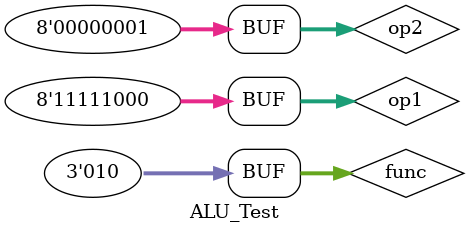
<source format=v>
`timescale 1ns / 1ps

module ALU_Test;

	// Inputs
	reg [7:0] op1;
	reg [7:0] op2;
	reg [2:0] func;

	// Outputs
	wire [7:0] result;
	wire zero;
	wire sign;
	wire ovf;

	// Instantiate the Unit Under Test (UUT)
	ALU uut (
		.op1(op1), 
		.op2(op2), 
		.func(func), 
		.result(result), 
		.zero(zero), 
		.sign(sign), 
		.ovf(ovf)
	);

	initial begin
		// Initialize Inputs
		op1 = 0;
		op2 = 0;
		func = 0;

		// Wait 100 ns for global reset to finish
		#100;
        
		// Add stimulus here
		op1 = -8;
		op2 = 1;
		func = 2;
		#100;

	end
      
endmodule


</source>
